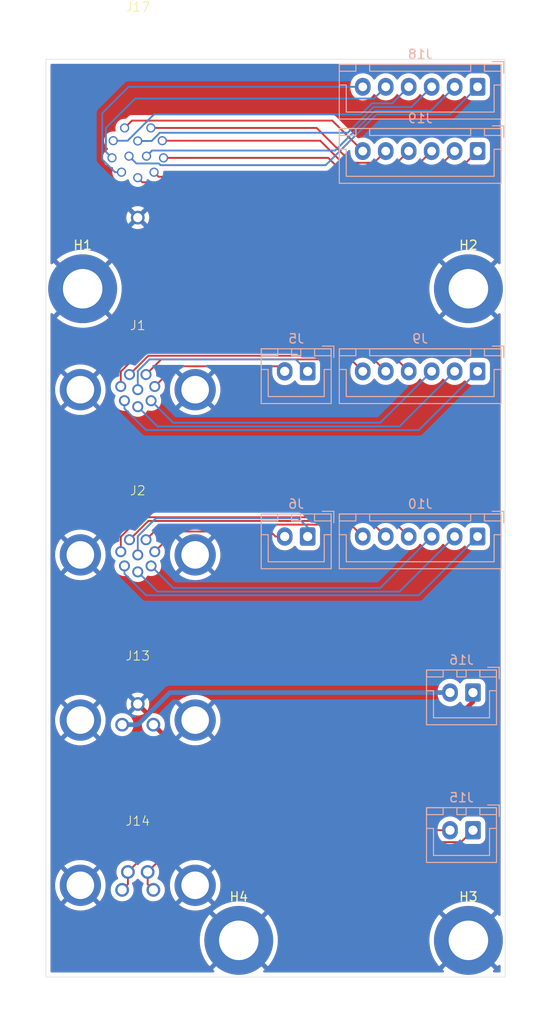
<source format=kicad_pcb>
(kicad_pcb (version 20240108) (generator "pcbnew") (generator_version "8.0")
  (layers (0 "F.Cu" signal) (31 "B.Cu" signal) (34 "B.Paste" user) (35 "F.Paste" user) (36 "B.SilkS" user "B.Silkscreen") (37 "F.SilkS" user "F.Silkscreen") (38 "B.Mask" user) (39 "F.Mask" user) (44 "Edge.Cuts" user))
  (net 0 "")
  (net 1 "GND")
  (net 2 "Net-(J1-Pin_1)")
  (net 3 "Net-(J1-Pin_7)")
  (net 4 "Net-(J1-Pin_2)")
  (net 5 "Net-(J1-Pin_3)")
  (net 6 "Net-(J1-Pin_8)")
  (net 7 "Net-(J1-Pin_6)")
  (net 8 "Net-(J1-Pin_4)")
  (net 9 "Net-(J1-Pin_5)")
  (net 10 "Net-(J2-Pin_8)")
  (net 11 "Net-(J10-Pin_1)")
  (net 12 "Net-(J10-Pin_2)")
  (net 13 "Net-(J2-Pin_7)")
  (net 14 "Net-(J10-Pin_5)")
  (net 15 "Net-(J10-Pin_6)")
  (net 16 "Net-(J10-Pin_4)")
  (net 17 "Net-(J10-Pin_3)")
  (net 18 "Net-(J13-Pin_3)")
  (net 19 "Net-(J13-Pin_1)")
  (net 20 "Net-(J14-Pin_1)")
  (net 21 "Net-(J14-Pin_3)")
  (net 22 "Net-(J17-Pin_12)")
  (net 23 "Net-(J17-Pin_9)")
  (net 24 "Net-(J17-Pin_5)")
  (net 25 "Net-(J17-Pin_1)")
  (net 26 "Net-(J17-Pin_4)")
  (net 27 "Net-(J17-Pin_3)")
  (net 28 "Net-(J17-Pin_6)")
  (net 29 "Net-(J17-Pin_8)")
  (net 30 "Net-(J17-Pin_7)")
  (net 31 "Net-(J17-Pin_2)")
  (net 32 "Net-(J17-Pin_11)")
  (net 33 "Net-(J17-Pin_10)")
  (footprint "MountingHole:MountingHole_4.3mm_M4_DIN965_Pad_TopBottom" (layer "F.Cu") (at 196 75)
    (property "Reference" "H2" (at 0 -4.75 0) (layer "F.SilkS"))
    (property "Value" "MountingHole_Pad")
    (pad "1" thru_hole circle (at 0 0) (size 4.7 4.7) (drill 4.3) (layers "*.Cu" "*.Mask") (net 1 "GND"))
    (pad "1" connect circle (at 0 0) (size 7.5 7.5) (layers "F.Cu" "F.Mask") (net 1 "GND"))
    (pad "1" connect circle (at 0 0) (size 7.5 7.5) (layers "B.Cu" "B.Mask") (net 1 "GND"))
  )
  (footprint "MountingHole:MountingHole_4.3mm_M4_DIN965_Pad_TopBottom" (layer "F.Cu") (at 196 146)
    (property "Reference" "H3" (at 0 -4.75 0) (layer "F.SilkS"))
    (property "Value" "MountingHole_Pad")
    (pad "1" thru_hole circle (at 0 0) (size 4.7 4.7) (drill 4.3) (layers "*.Cu" "*.Mask") (net 1 "GND"))
    (pad "1" connect circle (at 0 0) (size 7.5 7.5) (layers "F.Cu" "F.Mask") (net 1 "GND"))
    (pad "1" connect circle (at 0 0) (size 7.5 7.5) (layers "B.Cu" "B.Mask") (net 1 "GND"))
  )
  (footprint "Personal:M8 3P w Ground" (layer "F.Cu") (at 160 122)
    (property "Reference" "J13" (at 0 -7 0) (layer "F.SilkS") (effects (font (thickness 0.1))))
    (property "Value" "Conn_01x03")
    (pad "1" thru_hole circle (at -1.7 0.5) (size 1.5 1.5) (drill 1) (layers "*.Cu" "*.Mask") (net 19 "Net-(J13-Pin_1)"))
    (pad "2" thru_hole circle (at 0 -1.75) (size 1.5 1.5) (drill 1) (layers "*.Cu" "*.Mask") (net 1 "GND"))
    (pad "3" thru_hole circle (at 1.7 0.5) (size 1.5 1.5) (drill 1) (layers "*.Cu" "*.Mask") (net 18 "Net-(J13-Pin_3)"))
    (pad "MP" thru_hole circle (at -6.25 0 90) (size 4.5 4.5) (drill 3) (layers "*.Cu" "*.Mask") (net 1 "GND"))
    (pad "MP" thru_hole circle (at 6.25 0) (size 4.5 4.5) (drill 3) (layers "*.Cu" "*.Mask") (net 1 "GND"))
  )
  (footprint "MountingHole:MountingHole_4.3mm_M4_DIN965_Pad_TopBottom" (layer "F.Cu") (at 171 146)
    (property "Reference" "H4" (at 0 -4.75 0) (layer "F.SilkS"))
    (property "Value" "MountingHole_Pad")
    (pad "1" thru_hole circle (at 0 0) (size 4.7 4.7) (drill 4.3) (layers "*.Cu" "*.Mask") (net 1 "GND"))
    (pad "1" connect circle (at 0 0) (size 7.5 7.5) (layers "F.Cu" "F.Mask") (net 1 "GND"))
    (pad "1" connect circle (at 0 0) (size 7.5 7.5) (layers "B.Cu" "B.Mask") (net 1 "GND"))
  )
  (footprint "MountingHole:MountingHole_4.3mm_M4_DIN965_Pad_TopBottom" (layer "F.Cu") (at 154 75)
    (property "Reference" "H1" (at 0 -4.75 0) (layer "F.SilkS"))
    (property "Value" "MountingHole_Pad")
    (pad "1" thru_hole circle (at 0 0) (size 4.7 4.7) (drill 4.3) (layers "*.Cu" "*.Mask") (net 1 "GND"))
    (pad "1" connect circle (at 0 0) (size 7.5 7.5) (layers "F.Cu" "F.Mask") (net 1 "GND"))
    (pad "1" connect circle (at 0 0) (size 7.5 7.5) (layers "B.Cu" "B.Mask") (net 1 "GND"))
  )
  (footprint "Personal:M12 12P w Ground" (layer "F.Cu") (at 160 60)
    (property "Reference" "J17" (at 0 -15.7 0) (layer "F.SilkS") (effects (font (thickness 0.1))))
    (property "Value" "Conn_01x12_MountingPin")
    (pad "1" thru_hole circle (at -1.43 -2.52) (size 1 1) (drill 0.7) (layers "*.Cu" "*.Mask") (net 25 "Net-(J17-Pin_1)"))
    (pad "2" thru_hole circle (at 1.43 -2.52) (size 1 1) (drill 0.7) (layers "*.Cu" "*.Mask") (net 31 "Net-(J17-Pin_2)"))
    (pad "3" thru_hole circle (at 2.67 -1.13) (size 1 1) (drill 0.7) (layers "*.Cu" "*.Mask") (net 27 "Net-(J17-Pin_3)"))
    (pad "4" thru_hole circle (at 2.805 0.74) (size 1 1) (drill 0.7) (layers "*.Cu" "*.Mask") (net 26 "Net-(J17-Pin_4)"))
    (pad "5" thru_hole circle (at 1.77 2.3) (size 1 1) (drill 0.7) (layers "*.Cu" "*.Mask") (net 24 "Net-(J17-Pin_5)"))
    (pad "6" thru_hole circle (at 0 2.9) (size 1 1) (drill 0.7) (layers "*.Cu" "*.Mask") (net 28 "Net-(J17-Pin_6)"))
    (pad "7" thru_hole circle (at -1.77 2.3) (size 1 1) (drill 0.7) (layers "*.Cu" "*.Mask") (net 30 "Net-(J17-Pin_7)"))
    (pad "8" thru_hole circle (at -2.805 0.74) (size 1 1) (drill 0.7) (layers "*.Cu" "*.Mask") (net 29 "Net-(J17-Pin_8)"))
    (pad "9" thru_hole circle (at -2.67 -1.13) (size 1 1) (drill 0.7) (layers "*.Cu" "*.Mask") (net 23 "Net-(J17-Pin_9)"))
    (pad "10" thru_hole circle (at 0 -1.1) (size 1 1) (drill 0.7) (layers "*.Cu" "*.Mask") (net 33 "Net-(J17-Pin_10)"))
    (pad "11" thru_hole circle (at 0.955 0.55) (size 1 1) (drill 0.7) (layers "*.Cu" "*.Mask") (net 32 "Net-(J17-Pin_11)"))
    (pad "12" thru_hole circle (at -0.955 0.55) (size 1 1) (drill 0.7) (layers "*.Cu" "*.Mask") (net 22 "Net-(J17-Pin_12)"))
    (pad "MP" thru_hole circle (at 0 7.25) (size 1.5 1.5) (drill 1) (layers "*.Cu" "*.Mask") (net 1 "GND"))
  )
  (footprint "Personal:M8 2P 4P w Ground" (layer "F.Cu") (at 160 140)
    (property "Reference" "J14" (at 0 -7 0) (layer "F.SilkS") (effects (font (thickness 0.1))))
    (property "Value" "Conn_01x02")
    (pad "1" thru_hole circle (at -1.7 0.5) (size 1.5 1.5) (drill 1) (layers "*.Cu" "*.Mask") (net 20 "Net-(J14-Pin_1)"))
    (pad "2" thru_hole circle (at -1.075 -1.45) (size 1.5 1.5) (drill 1) (layers "*.Cu" "*.Mask") (net 20 "Net-(J14-Pin_1)"))
    (pad "3" thru_hole circle (at 1.075 -1.45) (size 1.5 1.5) (drill 1) (layers "*.Cu" "*.Mask") (net 21 "Net-(J14-Pin_3)"))
    (pad "4" thru_hole circle (at 1.7 0.5) (size 1.5 1.5) (drill 1) (layers "*.Cu" "*.Mask") (net 21 "Net-(J14-Pin_3)"))
    (pad "MP" thru_hole circle (at -6.25 0) (size 4.5 4.5) (drill 3) (layers "*.Cu" "*.Mask") (net 1 "GND"))
    (pad "MP" thru_hole circle (at 6.25 0) (size 4.5 4.5) (drill 3) (layers "*.Cu" "*.Mask") (net 1 "GND"))
  )
  (footprint "Personal:M8 8P w Ground" (layer "F.Cu") (at 160 104)
    (property "Reference" "J2" (at 0 -7 0) (layer "F.SilkS") (effects (font (thickness 0.1))))
    (property "Value" "Conn_01x08")
    (pad "1" thru_hole circle (at 0.9 -1.65) (size 1.2 1.2) (drill 0.8) (layers "*.Cu" "*.Mask") (net 15 "Net-(J10-Pin_6)"))
    (pad "2" thru_hole circle (at -0.9 -1.65) (size 1.2 1.2) (drill 0.8) (layers "*.Cu" "*.Mask") (net 14 "Net-(J10-Pin_5)"))
    (pad "3" thru_hole circle (at -1.85 -0.35) (size 1.2 1.2) (drill 0.8) (layers "*.Cu" "*.Mask") (net 16 "Net-(J10-Pin_4)"))
    (pad "4" thru_hole circle (at -1.45 1.2) (size 1.2 1.2) (drill 0.8) (layers "*.Cu" "*.Mask") (net 11 "Net-(J10-Pin_1)"))
    (pad "5" thru_hole circle (at 0 1.85) (size 1.2 1.2) (drill 0.8) (layers "*.Cu" "*.Mask") (net 12 "Net-(J10-Pin_2)"))
    (pad "6" thru_hole circle (at 1.45 1.2) (size 1.2 1.2) (drill 0.8) (layers "*.Cu" "*.Mask") (net 17 "Net-(J10-Pin_3)"))
    (pad "7" thru_hole circle (at 1.85 -0.35) (size 1.2 1.2) (drill 0.8) (layers "*.Cu" "*.Mask") (net 13 "Net-(J2-Pin_7)"))
    (pad "8" thru_hole circle (at 0 0) (size 1.2 1.2) (drill 0.8) (layers "*.Cu" "*.Mask") (net 10 "Net-(J2-Pin_8)"))
    (pad "MP" thru_hole circle (at -6.25 0) (size 4.5 4.5) (drill 3) (layers "*.Cu" "*.Mask") (net 1 "GND"))
    (pad "MP" thru_hole circle (at 6.25 0) (size 4.5 4.5) (drill 3) (layers "*.Cu" "*.Mask") (net 1 "GND"))
  )
  (footprint "Personal:M8 8P w Ground" (layer "F.Cu") (at 160 86)
    (property "Reference" "J1" (at 0 -7 0) (layer "F.SilkS") (effects (font (thickness 0.1))))
    (property "Value" "Conn_01x08")
    (pad "1" thru_hole circle (at 0.9 -1.65) (size 1.2 1.2) (drill 0.8) (layers "*.Cu" "*.Mask") (net 2 "Net-(J1-Pin_1)"))
    (pad "2" thru_hole circle (at -0.9 -1.65) (size 1.2 1.2) (drill 0.8) (layers "*.Cu" "*.Mask") (net 4 "Net-(J1-Pin_2)"))
    (pad "3" thru_hole circle (at -1.85 -0.35) (size 1.2 1.2) (drill 0.8) (layers "*.Cu" "*.Mask") (net 5 "Net-(J1-Pin_3)"))
    (pad "4" thru_hole circle (at -1.45 1.2) (size 1.2 1.2) (drill 0.8) (layers "*.Cu" "*.Mask") (net 8 "Net-(J1-Pin_4)"))
    (pad "5" thru_hole circle (at 0 1.85) (size 1.2 1.2) (drill 0.8) (layers "*.Cu" "*.Mask") (net 9 "Net-(J1-Pin_5)"))
    (pad "6" thru_hole circle (at 1.45 1.2) (size 1.2 1.2) (drill 0.8) (layers "*.Cu" "*.Mask") (net 7 "Net-(J1-Pin_6)"))
    (pad "7" thru_hole circle (at 1.85 -0.35) (size 1.2 1.2) (drill 0.8) (layers "*.Cu" "*.Mask") (net 3 "Net-(J1-Pin_7)"))
    (pad "8" thru_hole circle (at 0 0) (size 1.2 1.2) (drill 0.8) (layers "*.Cu" "*.Mask") (net 6 "Net-(J1-Pin_8)"))
    (pad "MP" thru_hole circle (at -6.25 0) (size 4.5 4.5) (drill 3) (layers "*.Cu" "*.Mask") (net 1 "GND"))
    (pad "MP" thru_hole circle (at 6.25 0) (size 4.5 4.5) (drill 3) (layers "*.Cu" "*.Mask") (net 1 "GND"))
  )
  (footprint "Connector_JST:JST_XH_B2B-XH-A_1x02_P2.50mm_Vertical" (layer "B.Cu") (at 196.5 134 180)
    (property "Reference" "J15" (at 1.25 3.55 180) (layer "B.SilkS") (effects (justify mirror)))
    (property "Value" "Conn_01x02")
    (fp_line (start 5.06 2.46) (end 5.06 -3.51) (stroke (width 0.12)) (layer "B.SilkS"))
    (fp_line (start 5.06 -3.51) (end -2.56 -3.51) (stroke (width 0.12)) (layer "B.SilkS"))
    (fp_line (start 5.05 2.45) (end 5.05 1.7) (stroke (width 0.12)) (layer "B.SilkS"))
    (fp_line (start 5.05 1.7) (end 3.25 1.7) (stroke (width 0.12)) (layer "B.SilkS"))
    (fp_line (start 4.3 0.2) (end 5.05 0.2) (stroke (width 0.12)) (layer "B.SilkS"))
    (fp_line (start 4.3 -2.75) (end 4.3 0.2) (stroke (width 0.12)) (layer "B.SilkS"))
    (fp_line (start 3.25 2.45) (end 5.05 2.45) (stroke (width 0.12)) (layer "B.SilkS"))
    (fp_line (start 3.25 1.7) (end 3.25 2.45) (stroke (width 0.12)) (layer "B.SilkS"))
    (fp_line (start 1.75 2.45) (end 1.75 1.7) (stroke (width 0.12)) (layer "B.SilkS"))
    (fp_line (start 1.75 1.7) (end 0.75 1.7) (stroke (width 0.12)) (layer "B.SilkS"))
    (fp_line (start 1.25 -2.75) (end 4.3 -2.75) (stroke (width 0.12)) (layer "B.SilkS"))
    (fp_line (start 1.25 -2.75) (end -1.8 -2.75) (stroke (width 0.12)) (layer "B.SilkS"))
    (fp_line (start 0.75 2.45) (end 1.75 2.45) (stroke (width 0.12)) (layer "B.SilkS"))
    (fp_line (start 0.75 1.7) (end 0.75 2.45) (stroke (width 0.12)) (layer "B.SilkS"))
    (fp_line (start -0.75 2.45) (end -0.75 1.7) (stroke (width 0.12)) (layer "B.SilkS"))
    (fp_line (start -0.75 1.7) (end -2.55 1.7) (stroke (width 0.12)) (layer "B.SilkS"))
    (fp_line (start -1.8 0.2) (end -2.55 0.2) (stroke (width 0.12)) (layer "B.SilkS"))
    (fp_line (start -1.8 -2.75) (end -1.8 0.2) (stroke (width 0.12)) (layer "B.SilkS"))
    (fp_line (start -2.55 2.45) (end -0.75 2.45) (stroke (width 0.12)) (layer "B.SilkS"))
    (fp_line (start -2.55 1.7) (end -2.55 2.45) (stroke (width 0.12)) (layer "B.SilkS"))
    (fp_line (start -2.56 2.46) (end 5.06 2.46) (stroke (width 0.12)) (layer "B.SilkS"))
    (fp_line (start -2.56 -3.51) (end -2.56 2.46) (stroke (width 0.12)) (layer "B.SilkS"))
    (fp_line (start -2.85 2.75) (end -1.6 2.75) (stroke (width 0.12)) (layer "B.SilkS"))
    (fp_line (start -2.85 1.5) (end -2.85 2.75) (stroke (width 0.12)) (layer "B.SilkS"))
    (pad "1" thru_hole roundrect (at 0 0 180) (size 1.7 2) (drill 1) (layers "*.Cu" "*.Mask") (roundrect_rratio 0.147059) (net 21 "Net-(J14-Pin_3)"))
    (pad "2" thru_hole oval (at 2.5 0 180) (size 1.7 2) (drill 1) (layers "*.Cu" "*.Mask") (net 20 "Net-(J14-Pin_1)"))
  )
  (footprint "Connector_JST:JST_XH_B2B-XH-A_1x02_P2.50mm_Vertical" (layer "B.Cu") (at 178.5 84 180)
    (property "Reference" "J5" (at 1.25 3.55 180) (layer "B.SilkS") (effects (justify mirror)))
    (property "Value" "Conn_01x02")
    (fp_line (start 5.06 2.46) (end 5.06 -3.51) (stroke (width 0.12)) (layer "B.SilkS"))
    (fp_line (start 5.06 -3.51) (end -2.56 -3.51) (stroke (width 0.12)) (layer "B.SilkS"))
    (fp_line (start 5.05 2.45) (end 5.05 1.7) (stroke (width 0.12)) (layer "B.SilkS"))
    (fp_line (start 5.05 1.7) (end 3.25 1.7) (stroke (width 0.12)) (layer "B.SilkS"))
    (fp_line (start 4.3 0.2) (end 5.05 0.2) (stroke (width 0.12)) (layer "B.SilkS"))
    (fp_line (start 4.3 -2.75) (end 4.3 0.2) (stroke (width 0.12)) (layer "B.SilkS"))
    (fp_line (start 3.25 2.45) (end 5.05 2.45) (stroke (width 0.12)) (layer "B.SilkS"))
    (fp_line (start 3.25 1.7) (end 3.25 2.45) (stroke (width 0.12)) (layer "B.SilkS"))
    (fp_line (start 1.75 2.45) (end 1.75 1.7) (stroke (width 0.12)) (layer "B.SilkS"))
    (fp_line (start 1.75 1.7) (end 0.75 1.7) (stroke (width 0.12)) (layer "B.SilkS"))
    (fp_line (start 1.25 -2.75) (end 4.3 -2.75) (stroke (width 0.12)) (layer "B.SilkS"))
    (fp_line (start 1.25 -2.75) (end -1.8 -2.75) (stroke (width 0.12)) (layer "B.SilkS"))
    (fp_line (start 0.75 2.45) (end 1.75 2.45) (stroke (width 0.12)) (layer "B.SilkS"))
    (fp_line (start 0.75 1.7) (end 0.75 2.45) (stroke (width 0.12)) (layer "B.SilkS"))
    (fp_line (start -0.75 2.45) (end -0.75 1.7) (stroke (width 0.12)) (layer "B.SilkS"))
    (fp_line (start -0.75 1.7) (end -2.55 1.7) (stroke (width 0.12)) (layer "B.SilkS"))
    (fp_line (start -1.8 0.2) (end -2.55 0.2) (stroke (width 0.12)) (layer "B.SilkS"))
    (fp_line (start -1.8 -2.75) (end -1.8 0.2) (stroke (width 0.12)) (layer "B.SilkS"))
    (fp_line (start -2.55 2.45) (end -0.75 2.45) (stroke (width 0.12)) (layer "B.SilkS"))
    (fp_line (start -2.55 1.7) (end -2.55 2.45) (stroke (width 0.12)) (layer "B.SilkS"))
    (fp_line (start -2.56 2.46) (end 5.06 2.46) (stroke (width 0.12)) (layer "B.SilkS"))
    (fp_line (start -2.56 -3.51) (end -2.56 2.46) (stroke (width 0.12)) (layer "B.SilkS"))
    (fp_line (start -2.85 2.75) (end -1.6 2.75) (stroke (width 0.12)) (layer "B.SilkS"))
    (fp_line (start -2.85 1.5) (end -2.85 2.75) (stroke (width 0.12)) (layer "B.SilkS"))
    (pad "1" thru_hole roundrect (at 0 0 180) (size 1.7 2) (drill 1) (layers "*.Cu" "*.Mask") (roundrect_rratio 0.147059) (net 6 "Net-(J1-Pin_8)"))
    (pad "2" thru_hole oval (at 2.5 0 180) (size 1.7 2) (drill 1) (layers "*.Cu" "*.Mask") (net 3 "Net-(J1-Pin_7)"))
  )
  (footprint "Connector_JST:JST_XH_B2B-XH-A_1x02_P2.50mm_Vertical" (layer "B.Cu") (at 196.5 119 180)
    (property "Reference" "J16" (at 1.25 3.55 180) (layer "B.SilkS") (effects (justify mirror)))
    (property "Value" "Conn_01x02")
    (fp_line (start 5.06 2.46) (end 5.06 -3.51) (stroke (width 0.12)) (layer "B.SilkS"))
    (fp_line (start 5.06 -3.51) (end -2.56 -3.51) (stroke (width 0.12)) (layer "B.SilkS"))
    (fp_line (start 5.05 2.45) (end 5.05 1.7) (stroke (width 0.12)) (layer "B.SilkS"))
    (fp_line (start 5.05 1.7) (end 3.25 1.7) (stroke (width 0.12)) (layer "B.SilkS"))
    (fp_line (start 4.3 0.2) (end 5.05 0.2) (stroke (width 0.12)) (layer "B.SilkS"))
    (fp_line (start 4.3 -2.75) (end 4.3 0.2) (stroke (width 0.12)) (layer "B.SilkS"))
    (fp_line (start 3.25 2.45) (end 5.05 2.45) (stroke (width 0.12)) (layer "B.SilkS"))
    (fp_line (start 3.25 1.7) (end 3.25 2.45) (stroke (width 0.12)) (layer "B.SilkS"))
    (fp_line (start 1.75 2.45) (end 1.75 1.7) (stroke (width 0.12)) (layer "B.SilkS"))
    (fp_line (start 1.75 1.7) (end 0.75 1.7) (stroke (width 0.12)) (layer "B.SilkS"))
    (fp_line (start 1.25 -2.75) (end 4.3 -2.75) (stroke (width 0.12)) (layer "B.SilkS"))
    (fp_line (start 1.25 -2.75) (end -1.8 -2.75) (stroke (width 0.12)) (layer "B.SilkS"))
    (fp_line (start 0.75 2.45) (end 1.75 2.45) (stroke (width 0.12)) (layer "B.SilkS"))
    (fp_line (start 0.75 1.7) (end 0.75 2.45) (stroke (width 0.12)) (layer "B.SilkS"))
    (fp_line (start -0.75 2.45) (end -0.75 1.7) (stroke (width 0.12)) (layer "B.SilkS"))
    (fp_line (start -0.75 1.7) (end -2.55 1.7) (stroke (width 0.12)) (layer "B.SilkS"))
    (fp_line (start -1.8 0.2) (end -2.55 0.2) (stroke (width 0.12)) (layer "B.SilkS"))
    (fp_line (start -1.8 -2.75) (end -1.8 0.2) (stroke (width 0.12)) (layer "B.SilkS"))
    (fp_line (start -2.55 2.45) (end -0.75 2.45) (stroke (width 0.12)) (layer "B.SilkS"))
    (fp_line (start -2.55 1.7) (end -2.55 2.45) (stroke (width 0.12)) (layer "B.SilkS"))
    (fp_line (start -2.56 2.46) (end 5.06 2.46) (stroke (width 0.12)) (layer "B.SilkS"))
    (fp_line (start -2.56 -3.51) (end -2.56 2.46) (stroke (width 0.12)) (layer "B.SilkS"))
    (fp_line (start -2.85 2.75) (end -1.6 2.75) (stroke (width 0.12)) (layer "B.SilkS"))
    (fp_line (start -2.85 1.5) (end -2.85 2.75) (stroke (width 0.12)) (layer "B.SilkS"))
    (pad "1" thru_hole roundrect (at 0 0 180) (size 1.7 2) (drill 1) (layers "*.Cu" "*.Mask") (roundrect_rratio 0.147059) (net 18 "Net-(J13-Pin_3)"))
    (pad "2" thru_hole oval (at 2.5 0 180) (size 1.7 2) (drill 1) (layers "*.Cu" "*.Mask") (net 19 "Net-(J13-Pin_1)"))
  )
  (footprint "Connector_JST:JST_XH_B2B-XH-A_1x02_P2.50mm_Vertical" (layer "B.Cu") (at 178.5 102 180)
    (property "Reference" "J6" (at 1.25 3.55 180) (layer "B.SilkS") (effects (justify mirror)))
    (property "Value" "Conn_01x02")
    (fp_line (start 5.06 2.46) (end 5.06 -3.51) (stroke (width 0.12)) (layer "B.SilkS"))
    (fp_line (start 5.06 -3.51) (end -2.56 -3.51) (stroke (width 0.12)) (layer "B.SilkS"))
    (fp_line (start 5.05 2.45) (end 5.05 1.7) (stroke (width 0.12)) (layer "B.SilkS"))
    (fp_line (start 5.05 1.7) (end 3.25 1.7) (stroke (width 0.12)) (layer "B.SilkS"))
    (fp_line (start 4.3 0.2) (end 5.05 0.2) (stroke (width 0.12)) (layer "B.SilkS"))
    (fp_line (start 4.3 -2.75) (end 4.3 0.2) (stroke (width 0.12)) (layer "B.SilkS"))
    (fp_line (start 3.25 2.45) (end 5.05 2.45) (stroke (width 0.12)) (layer "B.SilkS"))
    (fp_line (start 3.25 1.7) (end 3.25 2.45) (stroke (width 0.12)) (layer "B.SilkS"))
    (fp_line (start 1.75 2.45) (end 1.75 1.7) (stroke (width 0.12)) (layer "B.SilkS"))
    (fp_line (start 1.75 1.7) (end 0.75 1.7) (stroke (width 0.12)) (layer "B.SilkS"))
    (fp_line (start 1.25 -2.75) (end 4.3 -2.75) (stroke (width 0.12)) (layer "B.SilkS"))
    (fp_line (start 1.25 -2.75) (end -1.8 -2.75) (stroke (width 0.12)) (layer "B.SilkS"))
    (fp_line (start 0.75 2.45) (end 1.75 2.45) (stroke (width 0.12)) (layer "B.SilkS"))
    (fp_line (start 0.75 1.7) (end 0.75 2.45) (stroke (width 0.12)) (layer "B.SilkS"))
    (fp_line (start -0.75 2.45) (end -0.75 1.7) (stroke (width 0.12)) (layer "B.SilkS"))
    (fp_line (start -0.75 1.7) (end -2.55 1.7) (stroke (width 0.12)) (layer "B.SilkS"))
    (fp_line (start -1.8 0.2) (end -2.55 0.2) (stroke (width 0.12)) (layer "B.SilkS"))
    (fp_line (start -1.8 -2.75) (end -1.8 0.2) (stroke (width 0.12)) (layer "B.SilkS"))
    (fp_line (start -2.55 2.45) (end -0.75 2.45) (stroke (width 0.12)) (layer "B.SilkS"))
    (fp_line (start -2.55 1.7) (end -2.55 2.45) (stroke (width 0.12)) (layer "B.SilkS"))
    (fp_line (start -2.56 2.46) (end 5.06 2.46) (stroke (width 0.12)) (layer "B.SilkS"))
    (fp_line (start -2.56 -3.51) (end -2.56 2.46) (stroke (width 0.12)) (layer "B.SilkS"))
    (fp_line (start -2.85 2.75) (end -1.6 2.75) (stroke (width 0.12)) (layer "B.SilkS"))
    (fp_line (start -2.85 1.5) (end -2.85 2.75) (stroke (width 0.12)) (layer "B.SilkS"))
    (pad "1" thru_hole roundrect (at 0 0 180) (size 1.7 2) (drill 1) (layers "*.Cu" "*.Mask") (roundrect_rratio 0.147059) (net 10 "Net-(J2-Pin_8)"))
    (pad "2" thru_hole oval (at 2.5 0 180) (size 1.7 2) (drill 1) (layers "*.Cu" "*.Mask") (net 13 "Net-(J2-Pin_7)"))
  )
  (footprint "Connector_JST:JST_XH_B6B-XH-A_1x06_P2.50mm_Vertical" (layer "B.Cu") (at 197 84 180)
    (property "Reference" "J9" (at 6.25 3.55 180) (layer "B.SilkS") (effects (justify mirror)))
    (property "Value" "Conn_01x06")
    (fp_line (start 15.06 2.46) (end 15.06 -3.51) (stroke (width 0.12)) (layer "B.SilkS"))
    (fp_line (start 15.06 -3.51) (end -2.56 -3.51) (stroke (width 0.12)) (layer "B.SilkS"))
    (fp_line (start 15.05 2.45) (end 15.05 1.7) (stroke (width 0.12)) (layer "B.SilkS"))
    (fp_line (start 15.05 1.7) (end 13.25 1.7) (stroke (width 0.12)) (layer "B.SilkS"))
    (fp_line (start 14.3 0.2) (end 15.05 0.2) (stroke (width 0.12)) (layer "B.SilkS"))
    (fp_line (start 14.3 -2.75) (end 14.3 0.2) (stroke (width 0.12)) (layer "B.SilkS"))
    (fp_line (start 13.25 2.45) (end 15.05 2.45) (stroke (width 0.12)) (layer "B.SilkS"))
    (fp_line (start 13.25 1.7) (end 13.25 2.45) (stroke (width 0.12)) (layer "B.SilkS"))
    (fp_line (start 11.75 2.45) (end 11.75 1.7) (stroke (width 0.12)) (layer "B.SilkS"))
    (fp_line (start 11.75 1.7) (end 0.75 1.7) (stroke (width 0.12)) (layer "B.SilkS"))
    (fp_line (start 6.25 -2.75) (end 14.3 -2.75) (stroke (width 0.12)) (layer "B.SilkS"))
    (fp_line (start 6.25 -2.75) (end -1.8 -2.75) (stroke (width 0.12)) (layer "B.SilkS"))
    (fp_line (start 0.75 2.45) (end 11.75 2.45) (stroke (width 0.12)) (layer "B.SilkS"))
    (fp_line (start 0.75 1.7) (end 0.75 2.45) (stroke (width 0.12)) (layer "B.SilkS"))
    (fp_line (start -0.75 2.45) (end -0.75 1.7) (stroke (width 0.12)) (layer "B.SilkS"))
    (fp_line (start -0.75 1.7) (end -2.55 1.7) (stroke (width 0.12)) (layer "B.SilkS"))
    (fp_line (start -1.8 0.2) (end -2.55 0.2) (stroke (width 0.12)) (layer "B.SilkS"))
    (fp_line (start -1.8 -2.75) (end -1.8 0.2) (stroke (width 0.12)) (layer "B.SilkS"))
    (fp_line (start -2.55 2.45) (end -0.75 2.45) (stroke (width 0.12)) (layer "B.SilkS"))
    (fp_line (start -2.55 1.7) (end -2.55 2.45) (stroke (width 0.12)) (layer "B.SilkS"))
    (fp_line (start -2.56 2.46) (end 15.06 2.46) (stroke (width 0.12)) (layer "B.SilkS"))
    (fp_line (start -2.56 -3.51) (end -2.56 2.46) (stroke (width 0.12)) (layer "B.SilkS"))
    (fp_line (start -2.85 2.75) (end -1.6 2.75) (stroke (width 0.12)) (layer "B.SilkS"))
    (fp_line (start -2.85 1.5) (end -2.85 2.75) (stroke (width 0.12)) (layer "B.SilkS"))
    (pad "1" thru_hole roundrect (at 0 0 180) (size 1.7 1.95) (drill 0.95) (layers "*.Cu" "*.Mask") (roundrect_rratio 0.147059) (net 8 "Net-(J1-Pin_4)"))
    (pad "2" thru_hole oval (at 2.5 0 180) (size 1.7 1.95) (drill 0.95) (layers "*.Cu" "*.Mask") (net 9 "Net-(J1-Pin_5)"))
    (pad "3" thru_hole oval (at 5 0 180) (size 1.7 1.95) (drill 0.95) (layers "*.Cu" "*.Mask") (net 7 "Net-(J1-Pin_6)"))
    (pad "4" thru_hole oval (at 7.5 0 180) (size 1.7 1.95) (drill 0.95) (layers "*.Cu" "*.Mask") (net 5 "Net-(J1-Pin_3)"))
    (pad "5" thru_hole oval (at 10 0 180) (size 1.7 1.95) (drill 0.95) (layers "*.Cu" "*.Mask") (net 4 "Net-(J1-Pin_2)"))
    (pad "6" thru_hole oval (at 12.5 0 180) (size 1.7 1.95) (drill 0.95) (layers "*.Cu" "*.Mask") (net 2 "Net-(J1-Pin_1)"))
  )
  (footprint "Connector_JST:JST_XH_B6B-XH-A_1x06_P2.50mm_Vertical" (layer "B.Cu") (at 197 102 180)
    (property "Reference" "J10" (at 6.25 3.55 180) (layer "B.SilkS") (effects (justify mirror)))
    (property "Value" "Conn_01x06")
    (fp_line (start 15.06 2.46) (end 15.06 -3.51) (stroke (width 0.12)) (layer "B.SilkS"))
    (fp_line (start 15.06 -3.51) (end -2.56 -3.51) (stroke (width 0.12)) (layer "B.SilkS"))
    (fp_line (start 15.05 2.45) (end 15.05 1.7) (stroke (width 0.12)) (layer "B.SilkS"))
    (fp_line (start 15.05 1.7) (end 13.25 1.7) (stroke (width 0.12)) (layer "B.SilkS"))
    (fp_line (start 14.3 0.2) (end 15.05 0.2) (stroke (width 0.12)) (layer "B.SilkS"))
    (fp_line (start 14.3 -2.75) (end 14.3 0.2) (stroke (width 0.12)) (layer "B.SilkS"))
    (fp_line (start 13.25 2.45) (end 15.05 2.45) (stroke (width 0.12)) (layer "B.SilkS"))
    (fp_line (start 13.25 1.7) (end 13.25 2.45) (stroke (width 0.12)) (layer "B.SilkS"))
    (fp_line (start 11.75 2.45) (end 11.75 1.7) (stroke (width 0.12)) (layer "B.SilkS"))
    (fp_line (start 11.75 1.7) (end 0.75 1.7) (stroke (width 0.12)) (layer "B.SilkS"))
    (fp_line (start 6.25 -2.75) (end 14.3 -2.75) (stroke (width 0.12)) (layer "B.SilkS"))
    (fp_line (start 6.25 -2.75) (end -1.8 -2.75) (stroke (width 0.12)) (layer "B.SilkS"))
    (fp_line (start 0.75 2.45) (end 11.75 2.45) (stroke (width 0.12)) (layer "B.SilkS"))
    (fp_line (start 0.75 1.7) (end 0.75 2.45) (stroke (width 0.12)) (layer "B.SilkS"))
    (fp_line (start -0.75 2.45) (end -0.75 1.7) (stroke (width 0.12)) (layer "B.SilkS"))
    (fp_line (start -0.75 1.7) (end -2.55 1.7) (stroke (width 0.12)) (layer "B.SilkS"))
    (fp_line (start -1.8 0.2) (end -2.55 0.2) (stroke (width 0.12)) (layer "B.SilkS"))
    (fp_line (start -1.8 -2.75) (end -1.8 0.2) (stroke (width 0.12)) (layer "B.SilkS"))
    (fp_line (start -2.55 2.45) (end -0.75 2.45) (stroke (width 0.12)) (layer "B.SilkS"))
    (fp_line (start -2.55 1.7) (end -2.55 2.45) (stroke (width 0.12)) (layer "B.SilkS"))
    (fp_line (start -2.56 2.46) (end 15.06 2.46) (stroke (width 0.12)) (layer "B.SilkS"))
    (fp_line (start -2.56 -3.51) (end -2.56 2.46) (stroke (width 0.12)) (layer "B.SilkS"))
    (fp_line (start -2.85 2.75) (end -1.6 2.75) (stroke (width 0.12)) (layer "B.SilkS"))
    (fp_line (start -2.85 1.5) (end -2.85 2.75) (stroke (width 0.12)) (layer "B.SilkS"))
    (pad "1" thru_hole roundrect (at 0 0 180) (size 1.7 1.95) (drill 0.95) (layers "*.Cu" "*.Mask") (roundrect_rratio 0.147059) (net 11 "Net-(J10-Pin_1)"))
    (pad "2" thru_hole oval (at 2.5 0 180) (size 1.7 1.95) (drill 0.95) (layers "*.Cu" "*.Mask") (net 12 "Net-(J10-Pin_2)"))
    (pad "3" thru_hole oval (at 5 0 180) (size 1.7 1.95) (drill 0.95) (layers "*.Cu" "*.Mask") (net 17 "Net-(J10-Pin_3)"))
    (pad "4" thru_hole oval (at 7.5 0 180) (size 1.7 1.95) (drill 0.95) (layers "*.Cu" "*.Mask") (net 16 "Net-(J10-Pin_4)"))
    (pad "5" thru_hole oval (at 10 0 180) (size 1.7 1.95) (drill 0.95) (layers "*.Cu" "*.Mask") (net 14 "Net-(J10-Pin_5)"))
    (pad "6" thru_hole oval (at 12.5 0 180) (size 1.7 1.95) (drill 0.95) (layers "*.Cu" "*.Mask") (net 15 "Net-(J10-Pin_6)"))
  )
  (footprint "Connector_JST:JST_XH_B6B-XH-A_1x06_P2.50mm_Vertical" (layer "B.Cu") (at 197 53 180)
    (property "Reference" "J18" (at 6.25 3.55 180) (layer "B.SilkS") (effects (justify mirror)))
    (property "Value" "Conn_01x06")
    (fp_line (start 15.06 2.46) (end 15.06 -3.51) (stroke (width 0.12)) (layer "B.SilkS"))
    (fp_line (start 15.06 -3.51) (end -2.56 -3.51) (stroke (width 0.12)) (layer "B.SilkS"))
    (fp_line (start 15.05 2.45) (end 15.05 1.7) (stroke (width 0.12)) (layer "B.SilkS"))
    (fp_line (start 15.05 1.7) (end 13.25 1.7) (stroke (width 0.12)) (layer "B.SilkS"))
    (fp_line (start 14.3 0.2) (end 15.05 0.2) (stroke (width 0.12)) (layer "B.SilkS"))
    (fp_line (start 14.3 -2.75) (end 14.3 0.2) (stroke (width 0.12)) (layer "B.SilkS"))
    (fp_line (start 13.25 2.45) (end 15.05 2.45) (stroke (width 0.12)) (layer "B.SilkS"))
    (fp_line (start 13.25 1.7) (end 13.25 2.45) (stroke (width 0.12)) (layer "B.SilkS"))
    (fp_line (start 11.75 2.45) (end 11.75 1.7) (stroke (width 0.12)) (layer "B.SilkS"))
    (fp_line (start 11.75 1.7) (end 0.75 1.7) (stroke (width 0.12)) (layer "B.SilkS"))
    (fp_line (start 6.25 -2.75) (end 14.3 -2.75) (stroke (width 0.12)) (layer "B.SilkS"))
    (fp_line (start 6.25 -2.75) (end -1.8 -2.75) (stroke (width 0.12)) (layer "B.SilkS"))
    (fp_line (start 0.75 2.45) (end 11.75 2.45) (stroke (width 0.12)) (layer "B.SilkS"))
    (fp_line (start 0.75 1.7) (end 0.75 2.45) (stroke (width 0.12)) (layer "B.SilkS"))
    (fp_line (start -0.75 2.45) (end -0.75 1.7) (stroke (width 0.12)) (layer "B.SilkS"))
    (fp_line (start -0.75 1.7) (end -2.55 1.7) (stroke (width 0.12)) (layer "B.SilkS"))
    (fp_line (start -1.8 0.2) (end -2.55 0.2) (stroke (width 0.12)) (layer "B.SilkS"))
    (fp_line (start -1.8 -2.75) (end -1.8 0.2) (stroke (width 0.12)) (layer "B.SilkS"))
    (fp_line (start -2.55 2.45) (end -0.75 2.45) (stroke (width 0.12)) (layer "B.SilkS"))
    (fp_line (start -2.55 1.7) (end -2.55 2.45) (stroke (width 0.12)) (layer "B.SilkS"))
    (fp_line (start -2.56 2.46) (end 15.06 2.46) (stroke (width 0.12)) (layer "B.SilkS"))
    (fp_line (start -2.56 -3.51) (end -2.56 2.46) (stroke (width 0.12)) (layer "B.SilkS"))
    (fp_line (start -2.85 2.75) (end -1.6 2.75) (stroke (width 0.12)) (layer "B.SilkS"))
    (fp_line (start -2.85 1.5) (end -2.85 2.75) (stroke (width 0.12)) (layer "B.SilkS"))
    (pad "1" thru_hole roundrect (at 0 0 180) (size 1.7 1.95) (drill 0.95) (layers "*.Cu" "*.Mask") (roundrect_rratio 0.147059) (net 22 "Net-(J17-Pin_12)"))
    (pad "2" thru_hole oval (at 2.5 0 180) (size 1.7 1.95) (drill 0.95) (layers "*.Cu" "*.Mask") (net 32 "Net-(J17-Pin_11)"))
    (pad "3" thru_hole oval (at 5 0 180) (size 1.7 1.95) (drill 0.95) (layers "*.Cu" "*.Mask") (net 33 "Net-(J17-Pin_10)"))
    (pad "4" thru_hole oval (at 7.5 0 180) (size 1.7 1.95) (drill 0.95) (layers "*.Cu" "*.Mask") (net 23 "Net-(J17-Pin_9)"))
    (pad "5" thru_hole oval (at 10 0 180) (size 1.7 1.95) (drill 0.95) (layers "*.Cu" "*.Mask") (net 29 "Net-(J17-Pin_8)"))
    (pad "6" thru_hole oval (at 12.5 0 180) (size 1.7 1.95) (drill 0.95) (layers "*.Cu" "*.Mask") (net 30 "Net-(J17-Pin_7)"))
  )
  (footprint "Connector_JST:JST_XH_B6B-XH-A_1x06_P2.50mm_Vertical" (layer "B.Cu") (at 197 60 180)
    (property "Reference" "J19" (at 6.25 3.55 180) (layer "B.SilkS") (effects (justify mirror)))
    (property "Value" "Conn_01x06")
    (fp_line (start 15.06 2.46) (end 15.06 -3.51) (stroke (width 0.12)) (layer "B.SilkS"))
    (fp_line (start 15.06 -3.51) (end -2.56 -3.51) (stroke (width 0.12)) (layer "B.SilkS"))
    (fp_line (start 15.05 2.45) (end 15.05 1.7) (stroke (width 0.12)) (layer "B.SilkS"))
    (fp_line (start 15.05 1.7) (end 13.25 1.7) (stroke (width 0.12)) (layer "B.SilkS"))
    (fp_line (start 14.3 0.2) (end 15.05 0.2) (stroke (width 0.12)) (layer "B.SilkS"))
    (fp_line (start 14.3 -2.75) (end 14.3 0.2) (stroke (width 0.12)) (layer "B.SilkS"))
    (fp_line (start 13.25 2.45) (end 15.05 2.45) (stroke (width 0.12)) (layer "B.SilkS"))
    (fp_line (start 13.25 1.7) (end 13.25 2.45) (stroke (width 0.12)) (layer "B.SilkS"))
    (fp_line (start 11.75 2.45) (end 11.75 1.7) (stroke (width 0.12)) (layer "B.SilkS"))
    (fp_line (start 11.75 1.7) (end 0.75 1.7) (stroke (width 0.12)) (layer "B.SilkS"))
    (fp_line (start 6.25 -2.75) (end 14.3 -2.75) (stroke (width 0.12)) (layer "B.SilkS"))
    (fp_line (start 6.25 -2.75) (end -1.8 -2.75) (stroke (width 0.12)) (layer "B.SilkS"))
    (fp_line (start 0.75 2.45) (end 11.75 2.45) (stroke (width 0.12)) (layer "B.SilkS"))
    (fp_line (start 0.75 1.7) (end 0.75 2.45) (stroke (width 0.12)) (layer "B.SilkS"))
    (fp_line (start -0.75 2.45) (end -0.75 1.7) (stroke (width 0.12)) (layer "B.SilkS"))
    (fp_line (start -0.75 1.7) (end -2.55 1.7) (stroke (width 0.12)) (layer "B.SilkS"))
    (fp_line (start -1.8 0.2) (end -2.55 0.2) (stroke (width 0.12)) (layer "B.SilkS"))
    (fp_line (start -1.8 -2.75) (end -1.8 0.2) (stroke (width 0.12)) (layer "B.SilkS"))
    (fp_line (start -2.55 2.45) (end -0.75 2.45) (stroke (width 0.12)) (layer "B.SilkS"))
    (fp_line (start -2.55 1.7) (end -2.55 2.45) (stroke (width 0.12)) (layer "B.SilkS"))
    (fp_line (start -2.56 2.46) (end 15.06 2.46) (stroke (width 0.12)) (layer "B.SilkS"))
    (fp_line (start -2.56 -3.51) (end -2.56 2.46) (stroke (width 0.12)) (layer "B.SilkS"))
    (fp_line (start -2.85 2.75) (end -1.6 2.75) (stroke (width 0.12)) (layer "B.SilkS"))
    (fp_line (start -2.85 1.5) (end -2.85 2.75) (stroke (width 0.12)) (layer "B.SilkS"))
    (pad "1" thru_hole roundrect (at 0 0 180) (size 1.7 1.95) (drill 0.95) (layers "*.Cu" "*.Mask") (roundrect_rratio 0.147059) (net 28 "Net-(J17-Pin_6)"))
    (pad "2" thru_hole oval (at 2.5 0 180) (size 1.7 1.95) (drill 0.95) (layers "*.Cu" "*.Mask") (net 24 "Net-(J17-Pin_5)"))
    (pad "3" thru_hole oval (at 5 0 180) (size 1.7 1.95) (drill 0.95) (layers "*.Cu" "*.Mask") (net 26 "Net-(J17-Pin_4)"))
    (pad "4" thru_hole oval (at 7.5 0 180) (size 1.7 1.95) (drill 0.95) (layers "*.Cu" "*.Mask") (net 27 "Net-(J17-Pin_3)"))
    (pad "5" thru_hole oval (at 10 0 180) (size 1.7 1.95) (drill 0.95) (layers "*.Cu" "*.Mask") (net 31 "Net-(J17-Pin_2)"))
    (pad "6" thru_hole oval (at 12.5 0 180) (size 1.7 1.95) (drill 0.95) (layers "*.Cu" "*.Mask") (net 25 "Net-(J17-Pin_1)"))
  )
  (gr_rect (start 150 50) (end 200 150) (stroke (width 0.05)) (fill none) (layer "Edge.Cuts"))
  (segment (start 183.2 82.7) (end 184.5 84) (width 0.2) (layer "F.Cu") (net 2))
  (segment (start 162.55 82.7) (end 183.2 82.7) (width 0.2) (layer "F.Cu") (net 2))
  (segment (start 160.9 84.35) (end 162.55 82.7) (width 0.2) (layer "F.Cu") (net 2))
  (segment (start 175.45 83.45) (end 164.05 83.45) (width 0.2) (layer "F.Cu") (net 3))
  (segment (start 164.05 83.45) (end 161.85 85.65) (width 0.2) (layer "F.Cu") (net 3))
  (segment (start 176 84) (end 175.45 83.45) (width 0.2) (layer "F.Cu") (net 3))
  (segment (start 161.15 82.3) (end 185.3 82.3) (width 0.2) (layer "F.Cu") (net 4))
  (segment (start 159.1 84.35) (end 161.15 82.3) (width 0.2) (layer "F.Cu") (net 4))
  (segment (start 185.3 82.3) (end 187 84) (width 0.2) (layer "F.Cu") (net 4))
  (segment (start 158.15 85.65) (end 158.15 84.027207) (width 0.2) (layer "F.Cu") (net 5))
  (segment (start 158.15 84.027207) (end 160.277207 81.9) (width 0.2) (layer "F.Cu") (net 5))
  (segment (start 160.277207 81.9) (end 187.4 81.9) (width 0.2) (layer "F.Cu") (net 5))
  (segment (start 187.4 81.9) (end 189.5 84) (width 0.2) (layer "F.Cu") (net 5))
  (segment (start 177.2 82.7) (end 161.277207 82.7) (width 0.2) (layer "B.Cu") (net 6))
  (segment (start 161.277207 82.7) (end 160 83.977207) (width 0.2) (layer "B.Cu") (net 6))
  (segment (start 178.5 84) (end 177.2 82.7) (width 0.2) (layer "B.Cu") (net 6))
  (segment (start 160 83.977207) (end 160 86) (width 0.2) (layer "B.Cu") (net 6))
  (segment (start 186.4 89.6) (end 192 84) (width 0.2) (layer "B.Cu") (net 7))
  (segment (start 161.45 87.2) (end 163.85 89.6) (width 0.2) (layer "B.Cu") (net 7))
  (segment (start 163.85 89.6) (end 186.4 89.6) (width 0.2) (layer "B.Cu") (net 7))
  (segment (start 190.6 90.4) (end 197 84) (width 0.2) (layer "B.Cu") (net 8))
  (segment (start 158.55 87.2) (end 158.55 88.048528) (width 0.2) (layer "B.Cu") (net 8))
  (segment (start 158.55 88.048528) (end 160.901472 90.4) (width 0.2) (layer "B.Cu") (net 8))
  (segment (start 160.901472 90.4) (end 190.6 90.4) (width 0.2) (layer "B.Cu") (net 8))
  (segment (start 160 87.85) (end 162.15 90) (width 0.2) (layer "B.Cu") (net 9))
  (segment (start 162.15 90) (end 188.5 90) (width 0.2) (layer "B.Cu") (net 9))
  (segment (start 188.5 90) (end 194.5 84) (width 0.2) (layer "B.Cu") (net 9))
  (segment (start 161.977207 100) (end 160 101.977207) (width 0.2) (layer "B.Cu") (net 10))
  (segment (start 160 101.977207) (end 160 104) (width 0.2) (layer "B.Cu") (net 10))
  (segment (start 178.5 101) (end 177.5 100) (width 0.2) (layer "B.Cu") (net 10))
  (segment (start 177.5 100) (end 161.977207 100) (width 0.2) (layer "B.Cu") (net 10))
  (segment (start 178.5 102) (end 178.5 101) (width 0.2) (layer "B.Cu") (net 10))
  (segment (start 158.55 105.2) (end 158.55 106.048528) (width 0.2) (layer "B.Cu") (net 11))
  (segment (start 158.55 106.048528) (end 160.901472 108.4) (width 0.2) (layer "B.Cu") (net 11))
  (segment (start 190.6 108.4) (end 197 102) (width 0.2) (layer "B.Cu") (net 11))
  (segment (start 160.901472 108.4) (end 190.6 108.4) (width 0.2) (layer "B.Cu") (net 11))
  (segment (start 162.15 108) (end 188.5 108) (width 0.2) (layer "B.Cu") (net 12))
  (segment (start 188.5 108) (end 194.5 102) (width 0.2) (layer "B.Cu") (net 12))
  (segment (start 160 105.85) (end 162.15 108) (width 0.2) (layer "B.Cu") (net 12))
  (segment (start 176 102) (end 175 102) (width 0.2) (layer "F.Cu") (net 13))
  (segment (start 164.05 101.45) (end 161.85 103.65) (width 0.2) (layer "F.Cu") (net 13))
  (segment (start 174.45 101.45) (end 164.05 101.45) (width 0.2) (layer "F.Cu") (net 13))
  (segment (start 175 102) (end 174.45 101.45) (width 0.2) (layer "F.Cu") (net 13))
  (segment (start 185.3 100.3) (end 187 102) (width 0.2) (layer "F.Cu") (net 14))
  (segment (start 159.1 102.35) (end 161.15 100.3) (width 0.2) (layer "F.Cu") (net 14))
  (segment (start 161.15 100.3) (end 185.3 100.3) (width 0.2) (layer "F.Cu") (net 14))
  (segment (start 162.55 100.7) (end 183.2 100.7) (width 0.2) (layer "F.Cu") (net 15))
  (segment (start 183.2 100.7) (end 184.5 102) (width 0.2) (layer "F.Cu") (net 15))
  (segment (start 160.9 102.35) (end 162.55 100.7) (width 0.2) (layer "F.Cu") (net 15))
  (segment (start 187.4 99.9) (end 189.5 102) (width 0.2) (layer "F.Cu") (net 16))
  (segment (start 158.15 102.027207) (end 160.277207 99.9) (width 0.2) (layer "F.Cu") (net 16))
  (segment (start 160.277207 99.9) (end 187.4 99.9) (width 0.2) (layer "F.Cu") (net 16))
  (segment (start 158.15 103.65) (end 158.15 102.027207) (width 0.2) (layer "F.Cu") (net 16))
  (segment (start 192 102) (end 186.4 107.6) (width 0.2) (layer "B.Cu") (net 17))
  (segment (start 163.85 107.6) (end 161.45 105.2) (width 0.2) (layer "B.Cu") (net 17))
  (segment (start 186.4 107.6) (end 163.85 107.6) (width 0.2) (layer "B.Cu") (net 17))
  (segment (start 161.7 122.5) (end 166.2 127) (width 0.5) (layer "F.Cu") (net 18))
  (segment (start 196.5 120) (end 196.5 119) (width 0.5) (layer "F.Cu") (net 18))
  (segment (start 189.5 127) (end 196.5 120) (width 0.5) (layer "F.Cu") (net 18))
  (segment (start 166.2 127) (end 189.5 127) (width 0.5) (layer "F.Cu") (net 18))
  (segment (start 160.002943 122.5) (end 163.502943 119) (width 0.5) (layer "B.Cu") (net 19))
  (segment (start 163.502943 119) (end 194 119) (width 0.5) (layer "B.Cu") (net 19))
  (segment (start 158.3 122.5) (end 160.002943 122.5) (width 0.5) (layer "B.Cu") (net 19))
  (segment (start 158.925 139.875) (end 158.3 140.5) (width 0.2) (layer "F.Cu") (net 20))
  (segment (start 163.475 134) (end 158.925 138.55) (width 0.2) (layer "F.Cu") (net 20))
  (segment (start 194 134) (end 163.475 134) (width 0.2) (layer "F.Cu") (net 20))
  (segment (start 158.925 138.55) (end 158.925 139.875) (width 0.2) (layer "F.Cu") (net 20))
  (segment (start 161.075 138.55) (end 161.075 139.875) (width 0.2) (layer "F.Cu") (net 21))
  (segment (start 164.325 135.3) (end 195.2 135.3) (width 0.2) (layer "F.Cu") (net 21))
  (segment (start 161.075 138.55) (end 164.325 135.3) (width 0.2) (layer "F.Cu") (net 21))
  (segment (start 195.2 135.3) (end 196.5 134) (width 0.2) (layer "F.Cu") (net 21))
  (segment (start 161.075 139.875) (end 161.7 140.5) (width 0.2) (layer "F.Cu") (net 21))
  (segment (start 186 56) (end 194 56) (width 0.2) (layer "B.Cu") (net 22))
  (segment (start 180.46 61.54) (end 186 56) (width 0.2) (layer "B.Cu") (net 22))
  (segment (start 159.045 60.55) (end 159.845 61.35) (width 0.2) (layer "B.Cu") (net 22))
  (segment (start 194 56) (end 197 53) (width 0.2) (layer "B.Cu") (net 22))
  (segment (start 162.473629 61.54) (end 180.46 61.54) (width 0.2) (layer "B.Cu") (net 22))
  (segment (start 162.283629 61.35) (end 162.473629 61.54) (width 0.2) (layer "B.Cu") (net 22))
  (segment (start 159.845 61.35) (end 162.283629 61.35) (width 0.2) (layer "B.Cu") (net 22))
  (segment (start 161.768629 56) (end 158.898629 58.87) (width 0.2) (layer "B.Cu") (net 23))
  (segment (start 158.898629 58.87) (end 157.33 58.87) (width 0.2) (layer "B.Cu") (net 23))
  (segment (start 184.302942 56) (end 161.768629 56) (width 0.2) (layer "B.Cu") (net 23))
  (segment (start 189.5 53) (end 187.7 54.8) (width 0.2) (layer "B.Cu") (net 23))
  (segment (start 187.7 54.8) (end 185.502942 54.8) (width 0.2) (layer "B.Cu") (net 23))
  (segment (start 185.502942 54.8) (end 184.302942 56) (width 0.2) (layer "B.Cu") (net 23))
  (segment (start 161.77 62.3) (end 162.269999 62.799999) (width 0.2) (layer "F.Cu") (net 24))
  (segment (start 162.269999 62.799999) (end 191.700001 62.799999) (width 0.2) (layer "F.Cu") (net 24))
  (segment (start 191.700001 62.799999) (end 194.5 60) (width 0.2) (layer "F.Cu") (net 24))
  (segment (start 181.18 56.68) (end 184.5 60) (width 0.2) (layer "F.Cu") (net 25))
  (segment (start 158.57 57.48) (end 159.37 56.68) (width 0.2) (layer "F.Cu") (net 25))
  (segment (start 159.37 56.68) (end 181.18 56.68) (width 0.2) (layer "F.Cu") (net 25))
  (segment (start 189.925 62.075) (end 192 60) (width 0.2) (layer "F.Cu") (net 26))
  (segment (start 182.075 62.075) (end 189.925 62.075) (width 0.2) (layer "F.Cu") (net 26))
  (segment (start 162.805 60.74) (end 180.74 60.74) (width 0.2) (layer "F.Cu") (net 26))
  (segment (start 180.74 60.74) (end 182.075 62.075) (width 0.2) (layer "F.Cu") (net 26))
  (segment (start 162.67 58.87) (end 179.87 58.87) (width 0.2) (layer "F.Cu") (net 27))
  (segment (start 179.87 58.87) (end 182.675 61.675) (width 0.2) (layer "F.Cu") (net 27))
  (segment (start 187.825 61.675) (end 189.5 60) (width 0.2) (layer "F.Cu") (net 27))
  (segment (start 182.675 61.675) (end 187.825 61.675) (width 0.2) (layer "F.Cu") (net 27))
  (segment (start 160.499999 63.399999) (end 193.600001 63.399999) (width 0.2) (layer "F.Cu") (net 28))
  (segment (start 193.600001 63.399999) (end 197 60) (width 0.2) (layer "F.Cu") (net 28))
  (segment (start 160 62.9) (end 160.499999 63.399999) (width 0.2) (layer "F.Cu") (net 28))
  (segment (start 159.725 54.275) (end 185.725 54.275) (width 0.2) (layer "B.Cu") (net 29))
  (segment (start 156.53 57.47) (end 159.725 54.275) (width 0.2) (layer "B.Cu") (net 29))
  (segment (start 185.725 54.275) (end 187 53) (width 0.2) (layer "B.Cu") (net 29))
  (segment (start 156.53 60.075) (end 156.53 57.47) (width 0.2) (layer "B.Cu") (net 29))
  (segment (start 157.195 60.74) (end 156.53 60.075) (width 0.2) (layer "B.Cu") (net 29))
  (segment (start 159 53) (end 184.5 53) (width 0.2) (layer "B.Cu") (net 30))
  (segment (start 158.23 62.3) (end 157.522894 62.3) (width 0.2) (layer "B.Cu") (net 30))
  (segment (start 156.13 55.87) (end 159 53) (width 0.2) (layer "B.Cu") (net 30))
  (segment (start 156.13 60.907106) (end 156.13 55.87) (width 0.2) (layer "B.Cu") (net 30))
  (segment (start 157.522894 62.3) (end 156.13 60.907106) (width 0.2) (layer "B.Cu") (net 30))
  (segment (start 183.275 61.275) (end 179.48 57.48) (width 0.2) (layer "F.Cu") (net 31))
  (segment (start 179.48 57.48) (end 161.43 57.48) (width 0.2) (layer "F.Cu") (net 31))
  (segment (start 185.725 61.275) (end 183.275 61.275) (width 0.2) (layer "F.Cu") (net 31))
  (segment (start 187 60) (end 185.725 61.275) (width 0.2) (layer "F.Cu") (net 31))
  (segment (start 191.9 55.6) (end 194.5 53) (width 0.2) (layer "B.Cu") (net 32))
  (segment (start 181.494314 59.94) (end 185.834314 55.6) (width 0.2) (layer "B.Cu") (net 32))
  (segment (start 185.834314 55.6) (end 191.9 55.6) (width 0.2) (layer "B.Cu") (net 32))
  (segment (start 160.955 60.55) (end 161.565 59.94) (width 0.2) (layer "B.Cu") (net 32))
  (segment (start 161.565 59.94) (end 181.494314 59.94) (width 0.2) (layer "B.Cu") (net 32))
  (segment (start 182.868628 58) (end 185.668628 55.2) (width 0.2) (layer "B.Cu") (net 33))
  (segment (start 160 58.9) (end 161.508629 58.9) (width 0.2) (layer "B.Cu") (net 33))
  (segment (start 185.668628 55.2) (end 189.8 55.2) (width 0.2) (layer "B.Cu") (net 33))
  (segment (start 189.8 55.2) (end 192 53) (width 0.2) (layer "B.Cu") (net 33))
  (segment (start 162.408629 58) (end 182.868628 58) (width 0.2) (layer "B.Cu") (net 33))
  (segment (start 161.508629 58.9) (end 162.408629 58) (width 0.2) (layer "B.Cu") (net 33))
  (zone (net 1) (net_name "GND") (layers "F&B.Cu") (connect_pads (clearance 0.5)) (min_thickness 0.25) (fill yes (thermal_gap 0.5) (thermal_bridge_width 0.5))
    (polygon (pts (xy 145 45) (xy 205 45) (xy 205 155) (xy 145 155)))
  )
)
</source>
